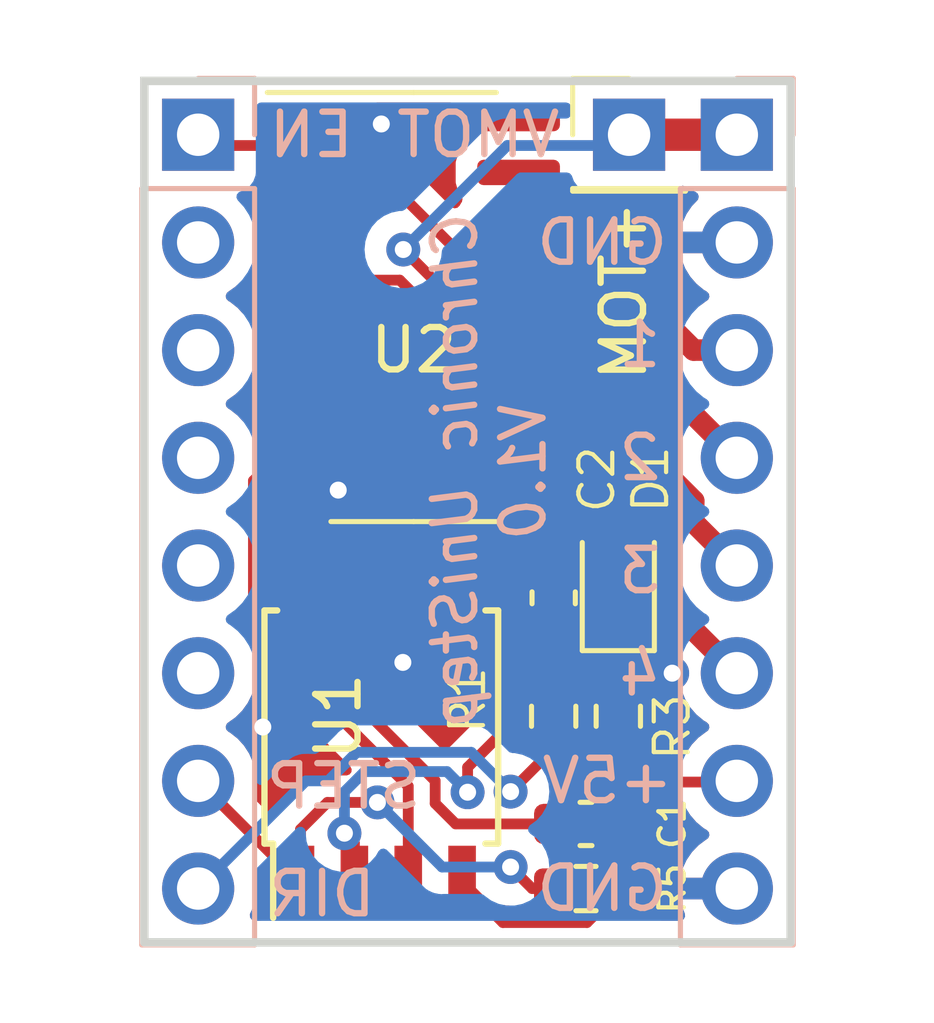
<source format=kicad_pcb>
(kicad_pcb (version 20211014) (generator pcbnew)
  (title_block (title "UniStep V1.0") (rev "2") (company "Chronic Mechatronic") (comment 3 "An A4988 pin compatible unipolar stepper motor driver"))
  (layers (0 "F.Cu" signal) (31 "B.Cu" signal) (34 "B.Paste" user) (35 "F.Paste" user) (36 "B.SilkS" user "B.Silkscreen") (37 "F.SilkS" user "F.Silkscreen") (38 "B.Mask" user) (39 "F.Mask" user) (44 "Edge.Cuts" user))
  (net 0 "")
  (net 1 "+5V")
  (net 2 "GND")
  (net 3 "VCC")
  (net 4 "Net-(D1-Pad2)")
  (net 10 "Net-(J1-Pad7)")
  (net 11 "Net-(J1-Pad8)")
  (net 12 "Net-(U2-Pad13)")
  (net 13 "Net-(J2-Pad4)")
  (net 14 "Net-(U2-Pad11)")
  (net 15 "Net-(U2-Pad10)")
  (net 16 "Net-(D1-Pad1)")
  (net 17 "Net-(U2-Pad7)")
  (net 18 "Net-(U2-Pad4)")
  (net 19 "Net-(U2-Pad5)")
  (net 20 "Net-(U2-Pad6)")
  (footprint "Diode_SMD:D_SOD-323" (layer "F.Cu") (at 149.606 74.168 90)
    (fp_text reference "D1" (at 2.54 0.762 90) (layer "F.SilkS") (effects (font (size 0.8 0.8) (thickness 0.1))))
    (fp_text value "1N4148")
    (fp_line (start -1.5 -0.85) (end -1.5 0.85) (layer "F.SilkS") (width 0.12))
    (fp_line (start -1.5 -0.85) (end 1.05 -0.85) (layer "F.SilkS") (width 0.12))
    (fp_line (start -1.5 0.85) (end 1.05 0.85) (layer "F.SilkS") (width 0.12))
    (pad "1" smd rect (at -1.05 0 90) (size 0.6 0.45) (layers "F.Cu" "F.Paste" "F.Mask") (net 16 "Net-(D1-Pad1)"))
    (pad "2" smd rect (at 1.05 0 90) (size 0.6 0.45) (layers "F.Cu" "F.Paste" "F.Mask") (net 4 "Net-(D1-Pad2)"))
  )
  (footprint "Package_SO:SOIC-8W_5.3x5.3mm_P1.27mm" (layer "F.Cu") (at 144.018 77.47 90)
    (fp_text reference "U1" (at 0.254 -1.016 90) (layer "F.SilkS"))
    (fp_text value "ATtiny13A-SS")
    (fp_line (start 2.75 2.755) (end 2.75 2.455) (layer "F.SilkS") (width 0.15))
    (fp_line (start -2.75 -2.55) (end -4.5 -2.55) (layer "F.SilkS") (width 0.15))
    (fp_line (start -2.75 2.755) (end -2.75 2.455) (layer "F.SilkS") (width 0.15))
    (fp_line (start -2.75 -2.755) (end -2.75 -2.55) (layer "F.SilkS") (width 0.15))
    (fp_line (start -2.75 2.755) (end 2.75 2.755) (layer "F.SilkS") (width 0.15))
    (fp_line (start 2.75 -2.755) (end 2.75 -2.455) (layer "F.SilkS") (width 0.15))
    (fp_line (start -2.75 -2.755) (end 2.75 -2.755) (layer "F.SilkS") (width 0.15))
    (pad "1" smd rect (at -3.65 -1.905 90) (size 1.7 0.65) (layers "F.Cu" "F.Paste" "F.Mask") (net 10 "Net-(J1-Pad7)"))
    (pad "2" smd rect (at -3.65 -0.635 90) (size 1.7 0.65) (layers "F.Cu" "F.Paste" "F.Mask") (net 16 "Net-(D1-Pad1)"))
    (pad "3" smd rect (at -3.65 0.635 90) (size 1.7 0.65) (layers "F.Cu" "F.Paste" "F.Mask") (net 17 "Net-(U2-Pad7)"))
    (pad "4" smd rect (at -3.65 1.905 90) (size 1.7 0.65) (layers "F.Cu" "F.Paste" "F.Mask") (net 2 "GND"))
    (pad "5" smd rect (at 3.65 1.905 90) (size 1.7 0.65) (layers "F.Cu" "F.Paste" "F.Mask") (net 18 "Net-(U2-Pad4)"))
    (pad "6" smd rect (at 3.65 0.635 90) (size 1.7 0.65) (layers "F.Cu" "F.Paste" "F.Mask") (net 19 "Net-(U2-Pad5)"))
    (pad "7" smd rect (at 3.65 -0.635 90) (size 1.7 0.65) (layers "F.Cu" "F.Paste" "F.Mask") (net 20 "Net-(U2-Pad6)"))
    (pad "8" smd rect (at 3.65 -1.905 90) (size 1.7 0.65) (layers "F.Cu" "F.Paste" "F.Mask") (net 1 "+5V"))
  )
  (footprint "Resistor_SMD:R_0603_1608Metric" (layer "F.Cu") (at 149.606 77.216 -90)
    (fp_text reference "R3" (at 0.254 -1.27 90) (layer "F.SilkS") (effects (font (size 0.8 0.8) (thickness 0.1))))
    (fp_text value "47K")
    (fp_line (start -0.237258 -0.5225) (end 0.237258 -0.5225) (layer "F.SilkS") (width 0.12))
    (fp_line (start -0.237258 0.5225) (end 0.237258 0.5225) (layer "F.SilkS") (width 0.12))
    (pad "1" smd roundrect (at -0.825 0 270) (size 0.8 0.95) (layers "F.Cu" "F.Paste" "F.Mask") (net 16 "Net-(D1-Pad1)"))
    (pad "2" smd roundrect (at 0.825 0 270) (size 0.8 0.95) (layers "F.Cu" "F.Paste" "F.Mask") (net 2 "GND"))
  )
  (footprint "Connector_PinHeader_2.54mm:PinHeader_1x01_P2.54mm_Vertical" (layer "F.Cu") (at 149.86 63.5)
    (fp_text reference "J3")
    (fp_text value "Conn_01x01")
    (fp_line (start -1.33 -1.33) (end 0 -1.33) (layer "F.SilkS") (width 0.12))
    (fp_line (start 1.33 1.27) (end 1.33 1.33) (layer "F.SilkS") (width 0.12))
    (fp_line (start -1.33 1.27) (end -1.33 1.33) (layer "F.SilkS") (width 0.12))
    (fp_line (start -1.33 0) (end -1.33 -1.33) (layer "F.SilkS") (width 0.12))
    (fp_line (start -1.33 1.27) (end 1.33 1.27) (layer "F.SilkS") (width 0.12))
    (fp_line (start -1.33 1.33) (end 1.33 1.33) (layer "F.SilkS") (width 0.12))
    (pad "1" thru_hole rect (at 0 0) (size 1.7 1.7) (drill 1) (layers *.Cu *.Mask) (net 3 "VCC"))
  )
  (footprint "Capacitor_SMD:C_0603_1608Metric" (layer "F.Cu") (at 148.844 79.756)
    (fp_text reference "C1" (at 2.032 0 90) (layer "F.SilkS") (effects (font (size 0.6 0.6) (thickness 0.1))))
    (fp_text value "100n")
    (fp_line (start -0.14058 -0.51) (end 0.14058 -0.51) (layer "F.SilkS") (width 0.12))
    (fp_line (start -0.14058 0.51) (end 0.14058 0.51) (layer "F.SilkS") (width 0.12))
    (pad "1" smd roundrect (at -0.775 0) (size 0.9 0.95) (layers "F.Cu" "F.Paste" "F.Mask") (net 1 "+5V"))
    (pad "2" smd roundrect (at 0.775 0) (size 0.9 0.95) (layers "F.Cu" "F.Paste" "F.Mask") (net 2 "GND"))
  )
  (footprint "Resistor_SMD:R_0603_1608Metric" (layer "F.Cu") (at 148.844 81.28 180)
    (fp_text reference "R5" (at -2.032 0 90) (layer "F.SilkS") (effects (font (size 0.6 0.6) (thickness 0.1))))
    (fp_text value "100K")
    (fp_line (start -0.237258 0.5225) (end 0.237258 0.5225) (layer "F.SilkS") (width 0.12))
    (fp_line (start -0.237258 -0.5225) (end 0.237258 -0.5225) (layer "F.SilkS") (width 0.12))
    (pad "1" smd roundrect (at -0.825 0 180) (size 0.8 0.95) (layers "F.Cu" "F.Paste" "F.Mask") (net 2 "GND"))
    (pad "2" smd roundrect (at 0.825 0 180) (size 0.8 0.95) (layers "F.Cu" "F.Paste" "F.Mask") (net 10 "Net-(J1-Pad7)"))
  )
  (footprint "Resistor_SMD:R_0603_1608Metric" (layer "F.Cu") (at 148.082 77.216 90)
    (fp_text reference "R1" (at 0.381 -2.032 90) (layer "F.SilkS") (effects (font (size 0.8 0.8) (thickness 0.1))))
    (fp_text value "47K")
    (fp_line (start -0.237258 0.5225) (end 0.237258 0.5225) (layer "F.SilkS") (width 0.12))
    (fp_line (start -0.237258 -0.5225) (end 0.237258 -0.5225) (layer "F.SilkS") (width 0.12))
    (pad "1" smd roundrect (at -0.825 0 90) (size 0.8 0.95) (layers "F.Cu" "F.Paste" "F.Mask") (net 11 "Net-(J1-Pad8)"))
    (pad "2" smd roundrect (at 0.825 0 90) (size 0.8 0.95) (layers "F.Cu" "F.Paste" "F.Mask") (net 16 "Net-(D1-Pad1)"))
  )
  (footprint "Capacitor_SMD:C_0603_1608Metric" (layer "F.Cu") (at 148.082 74.422 -90)
    (fp_text reference "C2" (at -2.794 -1.016 90) (layer "F.SilkS") (effects (font (size 0.8 0.8) (thickness 0.1))))
    (fp_text value "100n")
    (fp_line (start -0.14058 0.51) (end 0.14058 0.51) (layer "F.SilkS") (width 0.12))
    (fp_line (start -0.14058 -0.51) (end 0.14058 -0.51) (layer "F.SilkS") (width 0.12))
    (pad "1" smd roundrect (at -0.775 0 270) (size 0.9 0.95) (layers "F.Cu" "F.Paste" "F.Mask") (net 3 "VCC"))
    (pad "2" smd roundrect (at 0.775 0 270) (size 0.9 0.95) (layers "F.Cu" "F.Paste" "F.Mask") (net 2 "GND"))
  )
  (footprint "Package_SO:SOIC-16_3.9x9.9mm_P1.27mm" (layer "F.Cu") (at 144.78 67.564)
    (fp_text reference "U2" (at 0 1.016) (layer "F.SilkS"))
    (fp_text value "ULN2003A")
    (fp_line (start 0 5.06) (end -1.95 5.06) (layer "F.SilkS") (width 0.12))
    (fp_line (start 0 -5.06) (end -3.45 -5.06) (layer "F.SilkS") (width 0.12))
    (fp_line (start 0 -5.06) (end 1.95 -5.06) (layer "F.SilkS") (width 0.12))
    (fp_line (start 0 5.06) (end 1.95 5.06) (layer "F.SilkS") (width 0.12))
    (pad "1" smd roundrect (at -2.475 -4.445) (size 1.95 0.6) (layers "F.Cu" "F.Paste" "F.Mask"))
    (pad "2" smd roundrect (at -2.475 -3.175) (size 1.95 0.6) (layers "F.Cu" "F.Paste" "F.Mask"))
    (pad "3" smd roundrect (at -2.475 -1.905) (size 1.95 0.6) (layers "F.Cu" "F.Paste" "F.Mask"))
    (pad "4" smd roundrect (at -2.475 -0.635) (size 1.95 0.6) (layers "F.Cu" "F.Paste" "F.Mask") (net 18 "Net-(U2-Pad4)"))
    (pad "5" smd roundrect (at -2.475 0.635) (size 1.95 0.6) (layers "F.Cu" "F.Paste" "F.Mask") (net 19 "Net-(U2-Pad5)"))
    (pad "6" smd roundrect (at -2.475 1.905) (size 1.95 0.6) (layers "F.Cu" "F.Paste" "F.Mask") (net 20 "Net-(U2-Pad6)"))
    (pad "7" smd roundrect (at -2.475 3.175) (size 1.95 0.6) (layers "F.Cu" "F.Paste" "F.Mask") (net 17 "Net-(U2-Pad7)"))
    (pad "8" smd roundrect (at -2.475 4.445) (size 1.95 0.6) (layers "F.Cu" "F.Paste" "F.Mask") (net 2 "GND"))
    (pad "9" smd roundrect (at 2.475 4.445) (size 1.95 0.6) (layers "F.Cu" "F.Paste" "F.Mask") (net 3 "VCC"))
    (pad "10" smd roundrect (at 2.475 3.175) (size 1.95 0.6) (layers "F.Cu" "F.Paste" "F.Mask") (net 15 "Net-(U2-Pad10)"))
    (pad "11" smd roundrect (at 2.475 1.905) (size 1.95 0.6) (layers "F.Cu" "F.Paste" "F.Mask") (net 14 "Net-(U2-Pad11)"))
    (pad "12" smd roundrect (at 2.475 0.635) (size 1.95 0.6) (layers "F.Cu" "F.Paste" "F.Mask") (net 13 "Net-(J2-Pad4)"))
    (pad "13" smd roundrect (at 2.475 -0.635) (size 1.95 0.6) (layers "F.Cu" "F.Paste" "F.Mask") (net 12 "Net-(U2-Pad13)"))
    (pad "14" smd roundrect (at 2.475 -1.905) (size 1.95 0.6) (layers "F.Cu" "F.Paste" "F.Mask"))
    (pad "15" smd roundrect (at 2.475 -3.175) (size 1.95 0.6) (layers "F.Cu" "F.Paste" "F.Mask"))
    (pad "16" smd roundrect (at 2.475 -4.445) (size 1.95 0.6) (layers "F.Cu" "F.Paste" "F.Mask"))
  )
  (footprint "Connector_PinHeader_2.54mm:PinHeader_1x08_P2.54mm_Vertical" (layer "B.Cu") (at 139.7 63.5 180)
    (fp_text reference "J1")
    (fp_text value "Conn_01x08")
    (fp_line (start -1.33 -1.27) (end 1.33 -1.27) (layer "B.SilkS") (width 0.12))
    (fp_line (start -1.33 -1.27) (end -1.33 -19.11) (layer "B.SilkS") (width 0.12))
    (fp_line (start -1.33 1.33) (end 0 1.33) (layer "B.SilkS") (width 0.12))
    (fp_line (start 1.33 -1.27) (end 1.33 -19.11) (layer "B.SilkS") (width 0.12))
    (fp_line (start -1.33 -19.11) (end 1.33 -19.11) (layer "B.SilkS") (width 0.12))
    (fp_line (start -1.33 0) (end -1.33 1.33) (layer "B.SilkS") (width 0.12))
    (pad "1" thru_hole rect (at 0 0 180) (size 1.7 1.7) (drill 1) (layers *.Cu *.Mask) (net 4 "Net-(D1-Pad2)"))
    (pad "2" thru_hole oval (at 0 -2.54 180) (size 1.7 1.7) (drill 1) (layers *.Cu *.Mask))
    (pad "3" thru_hole oval (at 0 -5.08 180) (size 1.7 1.7) (drill 1) (layers *.Cu *.Mask))
    (pad "4" thru_hole oval (at 0 -7.62 180) (size 1.7 1.7) (drill 1) (layers *.Cu *.Mask))
    (pad "5" thru_hole oval (at 0 -10.16 180) (size 1.7 1.7) (drill 1) (layers *.Cu *.Mask))
    (pad "6" thru_hole oval (at 0 -12.7 180) (size 1.7 1.7) (drill 1) (layers *.Cu *.Mask))
    (pad "7" thru_hole oval (at 0 -15.24 180) (size 1.7 1.7) (drill 1) (layers *.Cu *.Mask) (net 10 "Net-(J1-Pad7)"))
    (pad "8" thru_hole oval (at 0 -17.78 180) (size 1.7 1.7) (drill 1) (layers *.Cu *.Mask) (net 11 "Net-(J1-Pad8)"))
  )
  (footprint "Connector_PinHeader_2.54mm:PinHeader_1x08_P2.54mm_Vertical" (layer "B.Cu") (at 152.4 63.5 180)
    (fp_text reference "J2")
    (fp_text value "Conn_01x08")
    (fp_line (start 1.33 -1.27) (end 1.33 -19.11) (layer "B.SilkS") (width 0.12))
    (fp_line (start -1.33 1.33) (end 0 1.33) (layer "B.SilkS") (width 0.12))
    (fp_line (start -1.33 -1.27) (end 1.33 -1.27) (layer "B.SilkS") (width 0.12))
    (fp_line (start -1.33 0) (end -1.33 1.33) (layer "B.SilkS") (width 0.12))
    (fp_line (start -1.33 -1.27) (end -1.33 -19.11) (layer "B.SilkS") (width 0.12))
    (fp_line (start -1.33 -19.11) (end 1.33 -19.11) (layer "B.SilkS") (width 0.12))
    (pad "1" thru_hole rect (at 0 0 180) (size 1.7 1.7) (drill 1) (layers *.Cu *.Mask) (net 3 "VCC"))
    (pad "2" thru_hole oval (at 0 -2.54 180) (size 1.7 1.7) (drill 1) (layers *.Cu *.Mask) (net 2 "GND"))
    (pad "3" thru_hole oval (at 0 -5.08 180) (size 1.7 1.7) (drill 1) (layers *.Cu *.Mask) (net 12 "Net-(U2-Pad13)"))
    (pad "4" thru_hole oval (at 0 -7.62 180) (size 1.7 1.7) (drill 1) (layers *.Cu *.Mask) (net 13 "Net-(J2-Pad4)"))
    (pad "5" thru_hole oval (at 0 -10.16 180) (size 1.7 1.7) (drill 1) (layers *.Cu *.Mask) (net 14 "Net-(U2-Pad11)"))
    (pad "6" thru_hole oval (at 0 -12.7 180) (size 1.7 1.7) (drill 1) (layers *.Cu *.Mask) (net 15 "Net-(U2-Pad10)"))
    (pad "7" thru_hole oval (at 0 -15.24 180) (size 1.7 1.7) (drill 1) (layers *.Cu *.Mask) (net 1 "+5V"))
    (pad "8" thru_hole oval (at 0 -17.78 180) (size 1.7 1.7) (drill 1) (layers *.Cu *.Mask) (net 2 "GND"))
  )
  (gr_rect (start 138.43 62.23) (end 153.67 82.55) (layer "Edge.Cuts") (width 0.2) (fill none))
  (gr_text "+5V" (at 149.352 78.74) (layer "B.SilkS") (effects (font (size 1 1)) (justify mirror)))
  (gr_text "Chronic UniStep\nV1.0" (at 146.558 71.374 90) (layer "B.SilkS") (effects (font (size 1 1) (thickness 0.15) italic) (justify mirror)))
  (gr_text "3" (at 150.114 73.787) (layer "B.SilkS") (effects (font (size 1 1)) (justify mirror)))
  (gr_text "VMOT" (at 146.304 63.5) (layer "B.SilkS") (effects (font (size 1 1)) (justify mirror)))
  (gr_text "1" (at 150.114 68.453) (layer "B.SilkS") (effects (font (size 1 1)) (justify mirror)))
  (gr_text "GND" (at 149.225 66.04) (layer "B.SilkS") (effects (font (size 1 1)) (justify mirror)))
  (gr_text "2" (at 150.114 71.12) (layer "B.SilkS") (effects (font (size 1 1)) (justify mirror)))
  (gr_text "DIR" (at 142.621 81.407) (layer "B.SilkS") (effects (font (size 1 1)) (justify mirror)))
  (gr_text "EN" (at 142.367 63.5) (layer "B.SilkS") (effects (font (size 1 1)) (justify mirror)))
  (gr_text "GND" (at 149.225 81.28) (layer "B.SilkS") (effects (font (size 1 1)) (justify mirror)))
  (gr_text "4" (at 150.114 76.2) (layer "B.SilkS") (effects (font (size 1 1)) (justify mirror)))
  (gr_text "STEP" (at 143.129 78.867) (layer "B.SilkS") (effects (font (size 1 1)) (justify mirror)))
  (gr_text "MOT+" (at 149.733 67.183 90) (layer "F.SilkS") (effects (font (size 1 1))))
  (segment (start 142.113 75.565) (end 142.113 73.82) (width 0.254) (layer "F.Cu") (net 1))
  (segment (start 152.372 78.768) (end 149.057 78.768) (width 0.254) (layer "F.Cu") (net 1))
  (segment (start 148.069 79.756) (end 145.772439 79.756) (width 0.254) (layer "F.Cu") (net 1))
  (segment (start 149.057 78.768) (end 148.069 79.756) (width 0.254) (layer "F.Cu") (net 1))
  (segment (start 152.4 78.74) (end 152.372 78.768) (width 0.254) (layer "F.Cu") (net 1))
  (segment (start 145.772439 79.756) (end 145.288 79.271561) (width 0.254) (layer "F.Cu") (net 1))
  (segment (start 145.288 78.74) (end 142.113 75.565) (width 0.254) (layer "F.Cu") (net 1))
  (segment (start 145.288 79.271561) (end 145.288 78.74) (width 0.254) (layer "F.Cu") (net 1))
  (segment (start 146.885 82.082) (end 145.923 81.12) (width 0.254) (layer "F.Cu") (net 2))
  (segment (start 149.619 81.23) (end 149.669 81.28) (width 0.254) (layer "F.Cu") (net 2))
  (segment (start 149.619 79.756) (end 149.619 81.23) (width 0.254) (layer "F.Cu") (net 2))
  (segment (start 152.4 81.28) (end 149.873 81.28) (width 0.254) (layer "F.Cu") (net 2))
  (segment (start 149.669 81.28) (end 148.867 82.082) (width 0.254) (layer "F.Cu") (net 2))
  (segment (start 142.875 72.009) (end 142.305 72.009) (width 0.508) (layer "F.Cu") (net 2))
  (segment (start 148.867 82.082) (end 146.885 82.082) (width 0.254) (layer "F.Cu") (net 2))
  (segment (start 143.002 71.882) (end 142.875 72.009) (width 0.508) (layer "F.Cu") (net 2))
  (via (at 144.018 63.246) (size 0.8) (drill 0.4) (layers "F.Cu" "B.Cu") (net 2))
  (via (at 143.002 71.882) (size 0.8) (drill 0.4) (layers "F.Cu" "B.Cu") (net 2))
  (via (at 150.876 76.2) (size 0.8) (drill 0.4) (layers "F.Cu" "B.Cu") (net 2))
  (via (at 141.224 77.47) (size 0.8) (drill 0.4) (layers "F.Cu" "B.Cu") (net 2))
  (via (at 144.526 75.946) (size 0.8) (drill 0.4) (layers "F.Cu" "B.Cu") (net 2))
  (segment (start 147.255 72.009) (end 147.447 72.009) (width 0.254) (layer "F.Cu") (net 3))
  (segment (start 144.535972 66.207253) (end 145.38 67.051281) (width 0.254) (layer "F.Cu") (net 3))
  (segment (start 145.38 67.051281) (end 145.38 71.212) (width 0.254) (layer "F.Cu") (net 3))
  (segment (start 147.447 72.009) (end 148.082 72.644) (width 0.254) (layer "F.Cu") (net 3))
  (segment (start 146.177 72.009) (end 147.255 72.009) (width 0.254) (layer "F.Cu") (net 3))
  (segment (start 145.38 71.212) (end 146.177 72.009) (width 0.254) (layer "F.Cu") (net 3))
  (segment (start 152.4 63.5) (end 149.86 63.5) (width 0.762) (layer "F.Cu") (net 3))
  (segment (start 148.082 72.644) (end 148.082 73.647) (width 0.254) (layer "F.Cu") (net 3))
  (via (at 144.535972 66.207253) (size 0.8) (drill 0.4) (layers "F.Cu" "B.Cu") (net 3))
  (segment (start 149.606 63.754) (end 149.86 63.5) (width 0.254) (layer "B.Cu") (net 3))
  (segment (start 144.535972 66.207253) (end 146.989225 63.754) (width 0.254) (layer "B.Cu") (net 3))
  (segment (start 146.989225 63.754) (end 149.606 63.754) (width 0.254) (layer "B.Cu") (net 3))
  (segment (start 145.953 71.08658) (end 145.953 66.38742) (width 0.254) (layer "F.Cu") (net 4))
  (segment (start 149.606 72.71042) (end 148.26158 71.366) (width 0.254) (layer "F.Cu") (net 4))
  (segment (start 143.31958 63.754) (end 139.954 63.754) (width 0.254) (layer "F.Cu") (net 4))
  (segment (start 145.953 66.38742) (end 143.31958 63.754) (width 0.254) (layer "F.Cu") (net 4))
  (segment (start 146.23242 71.366) (end 145.953 71.08658) (width 0.254) (layer "F.Cu") (net 4))
  (segment (start 149.606 73.118) (end 149.606 72.71042) (width 0.254) (layer "F.Cu") (net 4))
  (segment (start 139.954 63.754) (end 139.7 63.5) (width 0.254) (layer "F.Cu") (net 4))
  (segment (start 148.26158 71.366) (end 146.23242 71.366) (width 0.254) (layer "F.Cu") (net 4))
  (segment (start 147.574 81.28) (end 148.019 81.28) (width 0.254) (layer "F.Cu") (net 10))
  (segment (start 142.113 79.883) (end 142.113 81.12) (width 0.254) (layer "F.Cu") (net 10))
  (segment (start 142.08 81.12) (end 142.113 81.12) (width 0.254) (layer "F.Cu") (net 10))
  (segment (start 143.9265 79.248) (end 142.748 79.248) (width 0.254) (layer "F.Cu") (net 10))
  (segment (start 147.066 80.772) (end 147.574 81.28) (width 0.254) (layer "F.Cu") (net 10))
  (segment (start 139.7 78.74) (end 142.08 81.12) (width 0.254) (layer "F.Cu") (net 10))
  (segment (start 142.748 79.248) (end 142.113 79.883) (width 0.254) (layer "F.Cu") (net 10))
  (via (at 143.9265 79.248) (size 0.8) (drill 0.4) (layers "F.Cu" "B.Cu") (net 10))
  (via (at 147.066 80.772) (size 0.8) (drill 0.4) (layers "F.Cu" "B.Cu") (net 10))
  (segment (start 145.4505 80.772) (end 143.9265 79.248) (width 0.254) (layer "B.Cu") (net 10))
  (segment (start 147.066 80.772) (end 145.4505 80.772) (width 0.254) (layer "B.Cu") (net 10))
  (segment (start 147.765 78.295) (end 148.082 78.295) (width 0.254) (layer "F.Cu") (net 11))
  (segment (start 147.066 78.994) (end 147.765 78.295) (width 0.254) (layer "F.Cu") (net 11))
  (via (at 147.066 78.994) (size 0.8) (drill 0.4) (layers "F.Cu" "B.Cu") (net 11))
  (segment (start 147.066 78.994) (end 146.139 78.067) (width 0.254) (layer "B.Cu") (net 11))
  (segment (start 142.24 78.74) (end 139.7 81.28) (width 0.254) (layer "B.Cu") (net 11))
  (segment (start 143.437313 78.067) (end 142.764314 78.74) (width 0.254) (layer "B.Cu") (net 11))
  (segment (start 146.139 78.067) (end 143.437313 78.067) (width 0.254) (layer "B.Cu") (net 11))
  (segment (start 142.764314 78.74) (end 142.24 78.74) (width 0.254) (layer "B.Cu") (net 11))
  (segment (start 147.255 66.929) (end 149.733 66.929) (width 0.508) (layer "F.Cu") (net 12))
  (segment (start 151.384 68.58) (end 152.4 68.58) (width 0.508) (layer "F.Cu") (net 12))
  (segment (start 149.733 66.929) (end 151.384 68.58) (width 0.508) (layer "F.Cu") (net 12))
  (segment (start 147.255 68.199) (end 149.479 68.199) (width 0.508) (layer "F.Cu") (net 13))
  (segment (start 149.479 68.199) (end 152.4 71.12) (width 0.508) (layer "F.Cu") (net 13))
  (segment (start 151.384 72.136) (end 151.384 72.644) (width 0.508) (layer "F.Cu") (net 14))
  (segment (start 147.255 69.469) (end 148.717 69.469) (width 0.508) (layer "F.Cu") (net 14))
  (segment (start 151.384 72.644) (end 152.4 73.66) (width 0.508) (layer "F.Cu") (net 14))
  (segment (start 148.717 69.469) (end 151.384 72.136) (width 0.508) (layer "F.Cu") (net 14))
  (segment (start 148.914 70.739) (end 150.669345 72.494345) (width 0.508) (layer "F.Cu") (net 15))
  (segment (start 147.255 70.739) (end 148.914 70.739) (width 0.508) (layer "F.Cu") (net 15))
  (segment (start 150.669345 72.494345) (end 150.669345 74.469345) (width 0.508) (layer "F.Cu") (net 15))
  (segment (start 150.669345 74.469345) (end 152.4 76.2) (width 0.508) (layer "F.Cu") (net 15))
  (segment (start 149.606 76.391) (end 148.082 76.391) (width 0.254) (layer "F.Cu") (net 16))
  (segment (start 146.052535 78.420465) (end 146.052535 79.007962) (width 0.254) (layer "F.Cu") (net 16))
  (segment (start 149.606 76.645) (end 149.606 75.218) (width 0.254) (layer "F.Cu") (net 16))
  (segment (start 143.383 80.209243) (end 143.148257 79.9745) (width 0.254) (layer "F.Cu") (net 16))
  (segment (start 148.082 76.391) (end 146.052535 78.420465) (width 0.254) (layer "F.Cu") (net 16))
  (segment (start 143.383 81.12) (end 143.383 80.209243) (width 0.254) (layer "F.Cu") (net 16))
  (via (at 143.148257 79.9745) (size 0.8) (drill 0.4) (layers "F.Cu" "B.Cu") (net 16))
  (via (at 146.052535 79.007962) (size 0.8) (drill 0.4) (layers "F.Cu" "B.Cu") (net 16))
  (segment (start 143.148257 78.998109) (end 143.148257 79.9745) (width 0.254) (layer "B.Cu") (net 16))
  (segment (start 146.052535 79.007962) (end 145.565573 78.521) (width 0.254) (layer "B.Cu") (net 16))
  (segment (start 145.565573 78.521) (end 143.625366 78.521) (width 0.254) (layer "B.Cu") (net 16))
  (segment (start 143.625366 78.521) (end 143.148257 78.998109) (width 0.254) (layer "B.Cu") (net 16))
  (segment (start 144.653 78.867) (end 141.003 75.217) (width 0.254) (layer "F.Cu") (net 17))
  (segment (start 141.003 75.217) (end 141.003 71.66142) (width 0.254) (layer "F.Cu") (net 17))
  (segment (start 141.003 71.66142) (end 141.92542 70.739) (width 0.254) (layer "F.Cu") (net 17))
  (segment (start 141.92542 70.739) (end 142.305 70.739) (width 0.254) (layer "F.Cu") (net 17))
  (segment (start 144.653 81.12) (end 144.653 78.867) (width 0.254) (layer "F.Cu") (net 17))
  (segment (start 144.926 67.402) (end 144.453 66.929) (width 0.254) (layer "F.Cu") (net 18))
  (segment (start 145.923 73.295) (end 144.926 72.298) (width 0.254) (layer "F.Cu") (net 18))
  (segment (start 144.453 66.929) (end 142.305 66.929) (width 0.254) (layer "F.Cu") (net 18))
  (segment (start 144.926 72.298) (end 144.926 67.402) (width 0.254) (layer "F.Cu") (net 18))
  (segment (start 145.923 73.82) (end 145.923 73.295) (width 0.254) (layer "F.Cu") (net 18))
  (segment (start 144.653 73.82) (end 144.472 73.639) (width 0.254) (layer "F.Cu") (net 19))
  (segment (start 144.472 69.034) (end 143.637 68.199) (width 0.254) (layer "F.Cu") (net 19))
  (segment (start 144.472 73.639) (end 144.472 69.034) (width 0.254) (layer "F.Cu") (net 19))
  (segment (start 143.637 68.199) (end 142.305 68.199) (width 0.254) (layer "F.Cu") (net 19))
  (segment (start 143.891 69.469) (end 142.305 69.469) (width 0.254) (layer "F.Cu") (net 20))
  (segment (start 144.018 69.596) (end 143.891 69.469) (width 0.254) (layer "F.Cu") (net 20))
  (segment (start 143.383 73.82) (end 143.383 72.9145) (width 0.254) (layer "F.Cu") (net 20))
  (segment (start 144.018 72.2795) (end 144.018 69.596) (width 0.254) (layer "F.Cu") (net 20))
  (segment (start 143.383 72.9145) (end 144.018 72.2795) (width 0.254) (layer "F.Cu") (net 20))
  (zone (net 2) (net_name "GND") (layer "F.Cu") (connect_pads (clearance 0.508)) (min_thickness 0.254) (fill yes (thermal_gap 0.508) (thermal_bridge_width 0.508) (island_removal_mode 2) (island_area_min 0.012903))
    (polygon (pts (xy 153.67 82.55) (xy 138.43 82.55) (xy 138.43 62.23) (xy 153.67 62.23)))
  )
  (zone (net 2) (net_name "GND") (layer "B.Cu") (connect_pads (clearance 0.508)) (min_thickness 0.254) (fill yes (thermal_gap 0.508) (thermal_bridge_width 0.508) (island_removal_mode 2) (island_area_min 0.012903))
    (polygon (pts (xy 153.67 82.55) (xy 138.43 82.55) (xy 138.43 62.23) (xy 153.67 62.23)))
  )
)
</source>
